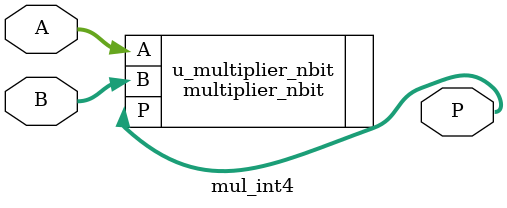
<source format=v>

module mul_int4 #(
    parameter WIDTH = 4
)(
    input  [WIDTH-1:0] A,  // Multiplicand
    input  [WIDTH-1:0] B,  // Multiplier
    output [WIDTH-1:0] P   // Lower WIDTH bits of the product
);

    // Instantiate the n-bit multiplier submodule
    multiplier_nbit #(WIDTH) u_multiplier_nbit (
        .A(A),
        .B(B),
        .P(P)
    );

endmodule

</source>
